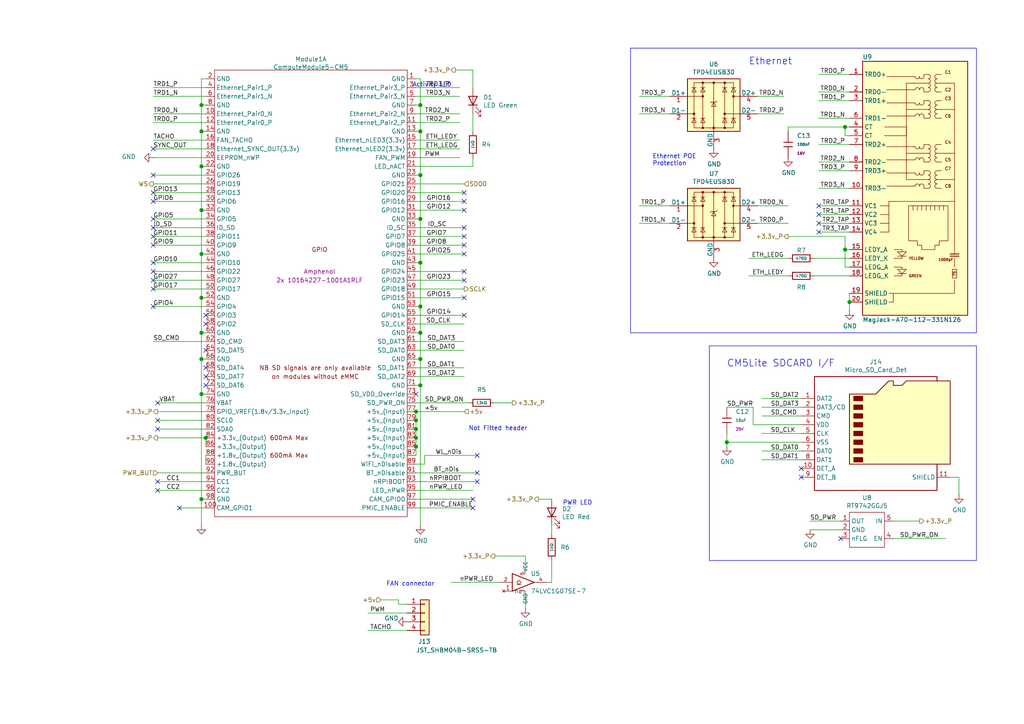
<source format=kicad_sch>
(kicad_sch (version 20250114) (generator "eeschema") (generator_version "9.0")
  (paper "A4")
  (title_block (title "GPIO - Ethernet") (rev "1") (company "Maxwell Stoughton") (comment 1 "mstoughton.org"))
  (text "Activity LED" (at 119.634 25.4 0) (effects (font (size 1.27 1.27)) (justify left bottom)))
  (text "FAN connector\n" (at 112.014 170.18 0) (effects (font (size 1.27 1.27)) (justify left bottom)))
  (text "Ethernet POE\nProtection" (at 189.23 48.26 0) (effects (font (size 1.27 1.27)) (justify left bottom)))
  (text "Not Fitted header" (at 153.035 125.095 0) (effects (font (size 1.27 1.27)) (justify right bottom)))
  (text "PWR LED" (at 163.195 146.685 0) (effects (font (size 1.27 1.27)) (justify left bottom)))
  (text "Ethernet" (at 217.17 19.05 0) (effects (font (size 2.0066 2.0066)) (justify left bottom)))
  (text "CM5Lite SDCARD I/F" (at 210.82 106.68 0) (effects (font (size 2.007 2.007)) (justify left bottom)))
  (junction (at 121.92 38.1) (diameter 1.016))
  (junction (at 245.11 72.39) (diameter 1.016))
  (junction (at 121.92 30.48) (diameter 1.016))
  (junction (at 121.92 104.14) (diameter 1.016))
  (junction (at 58.42 114.3) (diameter 1.016))
  (junction (at 246.38 87.63) (diameter 1.016))
  (junction (at 58.42 48.26) (diameter 1.016))
  (junction (at 120.65 127) (diameter 1.016))
  (junction (at 58.42 73.66) (diameter 1.016))
  (junction (at 120.65 124.46) (diameter 1.016))
  (junction (at 58.42 144.78) (diameter 1.016))
  (junction (at 58.42 60.96) (diameter 1.016))
  (junction (at 121.92 63.5) (diameter 1.016))
  (junction (at 58.42 96.52) (diameter 1.016))
  (junction (at 120.65 119.38) (diameter 1.016))
  (junction (at 121.92 96.52) (diameter 1.016))
  (junction (at 210.82 128.27) (diameter 1.016))
  (junction (at 121.92 88.9) (diameter 1.016))
  (junction (at 58.42 86.36) (diameter 1.016))
  (junction (at 120.65 121.92) (diameter 1.016))
  (junction (at 58.42 38.1) (diameter 1.016))
  (junction (at 59.69 127) (diameter 1.016))
  (junction (at 58.42 104.14) (diameter 1.016))
  (junction (at 58.42 30.48) (diameter 1.016))
  (junction (at 245.11 36.83) (diameter 1.016))
  (junction (at 120.65 129.54) (diameter 1.016))
  (junction (at 121.92 111.76) (diameter 1.016))
  (junction (at 121.92 50.8) (diameter 1.016))
  (junction (at 121.92 76.2) (diameter 1.016))
  (no_connect (at 134.62 73.66))
  (no_connect (at 59.69 93.98))
  (no_connect (at 134.62 78.74))
  (no_connect (at 44.45 81.28))
  (no_connect (at 45.72 142.24))
  (no_connect (at 59.69 109.22))
  (no_connect (at 134.62 68.58))
  (no_connect (at 237.49 62.23))
  (no_connect (at 120.65 114.3))
  (no_connect (at 44.45 63.5))
  (no_connect (at 44.45 50.8))
  (no_connect (at 45.72 139.7))
  (no_connect (at 44.45 66.04))
  (no_connect (at 44.45 88.9))
  (no_connect (at 138.43 137.16))
  (no_connect (at 59.69 101.6))
  (no_connect (at 243.84 156.21))
  (no_connect (at 44.45 78.74))
  (no_connect (at 237.49 59.69))
  (no_connect (at 134.62 86.36))
  (no_connect (at 44.45 55.88))
  (no_connect (at 59.69 106.68))
  (no_connect (at 232.41 138.43))
  (no_connect (at 44.45 71.12))
  (no_connect (at 134.62 60.96))
  (no_connect (at 138.43 139.7))
  (no_connect (at 134.62 71.12))
  (no_connect (at 134.62 55.88))
  (no_connect (at 137.16 144.78))
  (no_connect (at 134.62 66.04))
  (no_connect (at 44.45 68.58))
  (no_connect (at 45.72 124.46))
  (no_connect (at 232.41 135.89))
  (no_connect (at 44.45 58.42))
  (no_connect (at 45.72 116.84))
  (no_connect (at 59.69 111.76))
  (no_connect (at 134.62 81.28))
  (no_connect (at 237.49 67.31))
  (no_connect (at 44.45 76.2))
  (no_connect (at 134.62 91.44))
  (no_connect (at 134.62 58.42))
  (no_connect (at 52.07 147.32))
  (no_connect (at 138.43 132.08))
  (no_connect (at 59.69 91.44))
  (no_connect (at 44.45 43.18))
  (no_connect (at 137.16 147.32))
  (no_connect (at 44.45 83.82))
  (no_connect (at 237.49 64.77))
  (no_connect (at 45.72 121.92))
  (wire (pts (xy 275.59 138.43) (xy 278.13 138.43)))
  (wire (pts (xy 121.92 111.76) (xy 121.92 152.4)))
  (wire (pts (xy 148.59 116.84) (xy 143.51 116.84)))
  (wire (pts (xy 120.65 137.16) (xy 138.43 137.16)))
  (wire (pts (xy 120.65 104.14) (xy 121.92 104.14)))
  (wire (pts (xy 45.72 119.38) (xy 59.69 119.38)))
  (wire (pts (xy 59.69 134.62) (xy 59.69 132.08)))
  (wire (pts (xy 237.49 41.91) (xy 246.38 41.91)))
  (wire (pts (xy 44.45 45.72) (xy 59.69 45.72)))
  (wire (pts (xy 120.65 96.52) (xy 121.92 96.52)))
  (wire (pts (xy 121.92 104.14) (xy 121.92 111.76)))
  (wire (pts (xy 120.65 101.6) (xy 134.62 101.6)))
  (wire (pts (xy 217.17 74.93) (xy 228.6 74.93)))
  (wire (pts (xy 59.69 129.54) (xy 59.69 127)))
  (wire (pts (xy 120.65 119.38) (xy 134.62 119.38)))
  (wire (pts (xy 121.92 38.1) (xy 121.92 50.8)))
  (wire (pts (xy 137.16 33.02) (xy 137.16 38.1)))
  (wire (pts (xy 44.45 33.02) (xy 59.69 33.02)))
  (wire (pts (xy 44.45 78.74) (xy 59.69 78.74)))
  (wire (pts (xy 120.65 30.48) (xy 121.92 30.48)))
  (wire (pts (xy 220.98 120.65) (xy 232.41 120.65)))
  (wire (pts (xy 120.65 91.44) (xy 134.62 91.44)))
  (wire (pts (xy 44.45 83.82) (xy 59.69 83.82)))
  (wire (pts (xy 44.45 81.28) (xy 59.69 81.28)))
  (wire (pts (xy 120.65 35.56) (xy 133.35 35.56)))
  (wire (pts (xy 59.69 38.1) (xy 58.42 38.1)))
  (wire (pts (xy 120.65 45.72) (xy 133.35 45.72)))
  (wire (pts (xy 120.65 33.02) (xy 133.35 33.02)))
  (wire (pts (xy 123.19 134.62) (xy 123.19 132.08)))
  (wire (pts (xy 44.45 68.58) (xy 59.69 68.58)))
  (wire (pts (xy 237.49 59.69) (xy 246.38 59.69)))
  (wire (pts (xy 120.65 88.9) (xy 121.92 88.9)))
  (wire (pts (xy 44.45 40.64) (xy 59.69 40.64)))
  (wire (pts (xy 59.69 22.86) (xy 58.42 22.86)))
  (wire (pts (xy 121.92 22.86) (xy 121.92 30.48)))
  (wire (pts (xy 236.22 80.01) (xy 246.38 80.01)))
  (wire (pts (xy 121.92 30.48) (xy 121.92 38.1)))
  (wire (pts (xy 58.42 144.78) (xy 58.42 152.4)))
  (wire (pts (xy 219.71 33.02) (xy 227.33 33.02)))
  (wire (pts (xy 152.4 171.45) (xy 152.4 176.53)))
  (wire (pts (xy 120.65 58.42) (xy 134.62 58.42)))
  (wire (pts (xy 152.4 166.37) (xy 152.4 161.29)))
  (wire (pts (xy 115.57 173.99) (xy 115.57 175.26)))
  (wire (pts (xy 120.65 144.78) (xy 137.16 144.78)))
  (wire (pts (xy 120.65 109.22) (xy 134.62 109.22)))
  (wire (pts (xy 120.65 81.28) (xy 134.62 81.28)))
  (wire (pts (xy 45.72 139.7) (xy 59.69 139.7)))
  (wire (pts (xy 121.92 96.52) (xy 121.92 104.14)))
  (wire (pts (xy 58.42 73.66) (xy 58.42 86.36)))
  (wire (pts (xy 210.82 128.27) (xy 232.41 128.27)))
  (wire (pts (xy 121.92 50.8) (xy 121.92 63.5)))
  (wire (pts (xy 44.45 76.2) (xy 59.69 76.2)))
  (polyline (pts (xy 182.88 13.97) (xy 283.21 13.97)) (stroke (width 0) (type solid)))
  (wire (pts (xy 115.57 175.26) (xy 118.11 175.26)))
  (wire (pts (xy 120.65 142.24) (xy 137.16 142.24)))
  (wire (pts (xy 59.69 30.48) (xy 58.42 30.48)))
  (wire (pts (xy 45.72 142.24) (xy 59.69 142.24)))
  (wire (pts (xy 45.72 137.16) (xy 59.69 137.16)))
  (wire (pts (xy 120.65 129.54) (xy 120.65 132.08)))
  (wire (pts (xy 243.84 153.67) (xy 234.95 153.67)))
  (wire (pts (xy 246.38 36.83) (xy 245.11 36.83)))
  (wire (pts (xy 194.31 64.77) (xy 185.42 64.77)))
  (wire (pts (xy 120.65 43.18) (xy 133.35 43.18)))
  (wire (pts (xy 120.65 116.84) (xy 135.89 116.84)))
  (wire (pts (xy 134.62 99.06) (xy 120.65 99.06)))
  (wire (pts (xy 44.45 27.94) (xy 59.69 27.94)))
  (wire (pts (xy 217.17 80.01) (xy 228.6 80.01)))
  (wire (pts (xy 44.45 50.8) (xy 59.69 50.8)))
  (wire (pts (xy 243.84 151.13) (xy 234.95 151.13)))
  (wire (pts (xy 245.11 68.58) (xy 245.11 72.39)))
  (wire (pts (xy 120.65 121.92) (xy 120.65 124.46)))
  (wire (pts (xy 237.49 26.67) (xy 246.38 26.67)))
  (wire (pts (xy 120.65 76.2) (xy 121.92 76.2)))
  (wire (pts (xy 120.65 40.64) (xy 133.35 40.64)))
  (wire (pts (xy 210.82 125.73) (xy 210.82 128.27)))
  (polyline (pts (xy 283.21 162.56) (xy 205.74 162.56)) (stroke (width 0) (type solid)))
  (wire (pts (xy 120.65 139.7) (xy 138.43 139.7)))
  (wire (pts (xy 58.42 96.52) (xy 59.69 96.52)))
  (wire (pts (xy 218.44 123.19) (xy 218.44 118.11)))
  (wire (pts (xy 58.42 104.14) (xy 58.42 114.3)))
  (wire (pts (xy 58.42 86.36) (xy 58.42 96.52)))
  (wire (pts (xy 52.07 147.32) (xy 59.69 147.32)))
  (wire (pts (xy 137.16 20.32) (xy 137.16 25.4)))
  (wire (pts (xy 237.49 64.77) (xy 246.38 64.77)))
  (wire (pts (xy 236.22 74.93) (xy 246.38 74.93)))
  (wire (pts (xy 237.49 29.21) (xy 246.38 29.21)))
  (wire (pts (xy 278.13 138.43) (xy 278.13 143.51)))
  (wire (pts (xy 58.42 60.96) (xy 58.42 73.66)))
  (wire (pts (xy 58.42 114.3) (xy 59.69 114.3)))
  (wire (pts (xy 58.42 73.66) (xy 59.69 73.66)))
  (wire (pts (xy 44.45 55.88) (xy 59.69 55.88)))
  (wire (pts (xy 120.65 53.34) (xy 134.62 53.34)))
  (wire (pts (xy 246.38 87.63) (xy 246.38 90.17)))
  (wire (pts (xy 44.45 99.06) (xy 59.69 99.06)))
  (wire (pts (xy 237.49 49.53) (xy 246.38 49.53)))
  (wire (pts (xy 44.45 25.4) (xy 59.69 25.4)))
  (polyline (pts (xy 283.21 100.33) (xy 283.21 162.56)) (stroke (width 0) (type solid)))
  (wire (pts (xy 120.65 63.5) (xy 121.92 63.5)))
  (wire (pts (xy 246.38 85.09) (xy 246.38 87.63)))
  (wire (pts (xy 120.65 25.4) (xy 133.35 25.4)))
  (wire (pts (xy 120.65 38.1) (xy 121.92 38.1)))
  (wire (pts (xy 58.42 96.52) (xy 58.42 104.14)))
  (wire (pts (xy 160.02 162.56) (xy 160.02 168.91)))
  (wire (pts (xy 59.69 144.78) (xy 58.42 144.78)))
  (wire (pts (xy 44.45 58.42) (xy 59.69 58.42)))
  (wire (pts (xy 185.42 59.69) (xy 194.31 59.69)))
  (wire (pts (xy 245.11 39.37) (xy 245.11 36.83)))
  (wire (pts (xy 220.98 130.81) (xy 232.41 130.81)))
  (wire (pts (xy 45.72 124.46) (xy 59.69 124.46)))
  (wire (pts (xy 58.42 114.3) (xy 58.42 144.78)))
  (wire (pts (xy 152.4 161.29) (xy 143.51 161.29)))
  (wire (pts (xy 228.6 68.58) (xy 245.11 68.58)))
  (wire (pts (xy 228.6 36.83) (xy 245.11 36.83)))
  (wire (pts (xy 123.19 132.08) (xy 138.43 132.08)))
  (wire (pts (xy 120.65 147.32) (xy 137.16 147.32)))
  (wire (pts (xy 220.98 115.57) (xy 232.41 115.57)))
  (wire (pts (xy 120.65 66.04) (xy 134.62 66.04)))
  (wire (pts (xy 259.08 151.13) (xy 266.7 151.13)))
  (wire (pts (xy 121.92 88.9) (xy 121.92 96.52)))
  (wire (pts (xy 120.65 55.88) (xy 134.62 55.88)))
  (wire (pts (xy 245.11 77.47) (xy 245.11 72.39)))
  (wire (pts (xy 237.49 21.59) (xy 246.38 21.59)))
  (wire (pts (xy 137.16 48.26) (xy 137.16 45.72)))
  (wire (pts (xy 120.65 134.62) (xy 123.19 134.62)))
  (wire (pts (xy 120.65 71.12) (xy 134.62 71.12)))
  (wire (pts (xy 134.62 106.68) (xy 120.65 106.68)))
  (polyline (pts (xy 283.21 96.52) (xy 182.88 96.52)) (stroke (width 0) (type solid)))
  (wire (pts (xy 219.71 27.94) (xy 227.33 27.94)))
  (polyline (pts (xy 182.88 96.52) (xy 182.88 13.97)) (stroke (width 0) (type solid)))
  (wire (pts (xy 120.65 86.36) (xy 134.62 86.36)))
  (polyline (pts (xy 205.74 162.56) (xy 205.74 100.33)) (stroke (width 0) (type solid)))
  (wire (pts (xy 106.68 177.8) (xy 118.11 177.8)))
  (wire (pts (xy 44.45 35.56) (xy 59.69 35.56)))
  (wire (pts (xy 45.72 116.84) (xy 59.69 116.84)))
  (wire (pts (xy 185.42 27.94) (xy 194.31 27.94)))
  (wire (pts (xy 45.72 127) (xy 59.69 127)))
  (wire (pts (xy 120.65 60.96) (xy 134.62 60.96)))
  (wire (pts (xy 245.11 72.39) (xy 246.38 72.39)))
  (wire (pts (xy 106.68 182.88) (xy 118.11 182.88)))
  (polyline (pts (xy 205.74 100.33) (xy 283.21 100.33)) (stroke (width 0) (type solid)))
  (wire (pts (xy 134.62 93.98) (xy 120.65 93.98)))
  (wire (pts (xy 120.65 68.58) (xy 134.62 68.58)))
  (polyline (pts (xy 283.21 13.97) (xy 283.21 96.52)) (stroke (width 0) (type solid)))
  (wire (pts (xy 44.45 66.04) (xy 59.69 66.04)))
  (wire (pts (xy 160.02 168.91) (xy 158.75 168.91)))
  (wire (pts (xy 45.72 121.92) (xy 59.69 121.92)))
  (wire (pts (xy 58.42 38.1) (xy 58.42 48.26)))
  (wire (pts (xy 120.65 48.26) (xy 137.16 48.26)))
  (wire (pts (xy 185.42 33.02) (xy 194.31 33.02)))
  (wire (pts (xy 44.45 53.34) (xy 59.69 53.34)))
  (wire (pts (xy 237.49 67.31) (xy 246.38 67.31)))
  (wire (pts (xy 219.71 59.69) (xy 228.6 59.69)))
  (wire (pts (xy 160.02 144.78) (xy 156.21 144.78)))
  (wire (pts (xy 120.65 73.66) (xy 134.62 73.66)))
  (wire (pts (xy 58.42 30.48) (xy 58.42 38.1)))
  (wire (pts (xy 120.65 22.86) (xy 121.92 22.86)))
  (wire (pts (xy 237.49 34.29) (xy 246.38 34.29)))
  (wire (pts (xy 120.65 111.76) (xy 121.92 111.76)))
  (wire (pts (xy 246.38 77.47) (xy 245.11 77.47)))
  (wire (pts (xy 130.81 168.91) (xy 144.78 168.91)))
  (wire (pts (xy 44.45 71.12) (xy 59.69 71.12)))
  (wire (pts (xy 44.45 88.9) (xy 59.69 88.9)))
  (wire (pts (xy 120.65 119.38) (xy 120.65 121.92)))
  (wire (pts (xy 132.08 20.32) (xy 137.16 20.32)))
  (wire (pts (xy 210.82 128.27) (xy 210.82 129.54)))
  (wire (pts (xy 120.65 50.8) (xy 121.92 50.8)))
  (wire (pts (xy 120.65 27.94) (xy 133.35 27.94)))
  (wire (pts (xy 232.41 123.19) (xy 218.44 123.19)))
  (wire (pts (xy 44.45 63.5) (xy 59.69 63.5)))
  (wire (pts (xy 237.49 46.99) (xy 246.38 46.99)))
  (wire (pts (xy 237.49 62.23) (xy 246.38 62.23)))
  (wire (pts (xy 219.71 64.77) (xy 228.6 64.77)))
  (wire (pts (xy 44.45 43.18) (xy 59.69 43.18)))
  (wire (pts (xy 259.08 156.21) (xy 274.32 156.21)))
  (wire (pts (xy 121.92 76.2) (xy 121.92 88.9)))
  (wire (pts (xy 120.65 124.46) (xy 120.65 127)))
  (wire (pts (xy 228.6 38.1) (xy 228.6 36.83)))
  (wire (pts (xy 232.41 118.11) (xy 220.98 118.11)))
  (wire (pts (xy 58.42 48.26) (xy 59.69 48.26)))
  (wire (pts (xy 237.49 54.61) (xy 246.38 54.61)))
  (wire (pts (xy 58.42 22.86) (xy 58.42 30.48)))
  (wire (pts (xy 110.49 173.99) (xy 115.57 173.99)))
  (wire (pts (xy 58.42 86.36) (xy 59.69 86.36)))
  (wire (pts (xy 120.65 127) (xy 120.65 129.54)))
  (wire (pts (xy 120.65 78.74) (xy 134.62 78.74)))
  (wire (pts (xy 58.42 104.14) (xy 59.69 104.14)))
  (wire (pts (xy 58.42 60.96) (xy 59.69 60.96)))
  (wire (pts (xy 160.02 152.4) (xy 160.02 154.94)))
  (wire (pts (xy 210.82 118.11) (xy 218.44 118.11)))
  (wire (pts (xy 246.38 39.37) (xy 245.11 39.37)))
  (wire (pts (xy 232.41 125.73) (xy 220.98 125.73)))
  (wire (pts (xy 232.41 133.35) (xy 220.98 133.35)))
  (wire (pts (xy 120.65 83.82) (xy 134.62 83.82)))
  (wire (pts (xy 121.92 63.5) (xy 121.92 76.2)))
  (wire (pts (xy 58.42 48.26) (xy 58.42 60.96)))
  (label "SD_DAT2" (at 132.08 109.22 180))
  (label "GPIO5" (at 44.45 63.5 0))
  (label "TRD3_N" (at 123.444 27.94 0))
  (label "GPIO9" (at 44.45 71.12 0))
  (label "TRD3_N" (at 245.11 54.61 180))
  (label "ETH_LEDG" (at 123.444 43.18 0))
  (label "SD_DAT1" (at 132.08 106.68 180))
  (label "TRD1_N" (at 193.04 64.77 180))
  (label "GPIO10" (at 44.45 76.2 0))
  (label "TRD3_P" (at 123.444 25.4 0))
  (label "GPIO6" (at 44.45 58.42 0))
  (label "TRD0_P" (at 227.33 64.77 180))
  (label "TRD3_P" (at 193.04 27.94 180))
  (label "SD_DAT2" (at 223.52 115.57 0))
  (label "GPIO25" (at 130.81 73.66 180))
  (label "SD_DAT0" (at 132.08 101.6 180))
  (label "GPIO15" (at 130.81 86.36 180))
  (label "GPIO13" (at 44.45 55.88 0))
  (label "TRD1_P" (at 193.04 59.69 180))
  (label "GPIO7" (at 129.54 68.58 180))
  (label "GPIO14" (at 130.81 91.44 180))
  (label "BT_nDis" (at 133.1976 137.16 180))
  (label "SD_PWR_ON" (at 260.985 156.21 0))
  (label "ETH_LEDY" (at 123.444 40.64 0))
  (label "SD_PWR_ON" (at 123.19 116.84 0))
  (label "PWM" (at 123.19 45.72 0))
  (label "GPIO4" (at 44.45 88.9 0))
  (label "TRD1_P" (at 44.45 25.4 0))
  (label "CC1" (at 48.26 139.7 0))
  (label "TRD1_P" (at 245.11 29.21 180))
  (label "WL_nDis" (at 133.985 132.08 180))
  (label "SD_DAT3" (at 132.08 99.06 180))
  (label "GPIO27" (at 44.45 81.28 0))
  (label "SD_PWR" (at 210.82 118.11 0))
  (label "SD_DAT0" (at 223.52 130.81 0))
  (label "GPIO23" (at 130.81 81.28 180))
  (label "TRD0_N" (at 44.45 33.02 0))
  (label "TRD3_P" (at 245.11 49.53 180))
  (label "ETH_LEDY" (at 227.33 80.01 180))
  (label "TRD0_N" (at 227.33 59.69 180))
  (label "TRD2_N" (at 227.33 27.94 180))
  (label "ETH_LEDG" (at 227.33 74.93 180))
  (label "TRD0_N" (at 245.11 26.67 180))
  (label "TR2_TAP" (at 246.38 64.77 180))
  (label "SD_DAT3" (at 223.52 118.11 0))
  (label "SD_CLK" (at 130.81 93.98 180))
  (label "GPIO16" (at 130.81 58.42 180))
  (label "GPIO12" (at 130.81 60.96 180))
  (label "SD_CMD" (at 223.52 120.65 0))
  (label "PWM" (at 107.315 177.8 0))
  (label "GPIO8" (at 129.54 71.12 180))
  (label "GPIO17" (at 44.45 83.82 0))
  (label "SYNC_OUT" (at 44.45 43.18 0))
  (label "nPWR_LED" (at 133.35 168.91 0))
  (label "SD_PWR" (at 234.95 151.13 0))
  (label "SD_DAT1" (at 223.52 133.35 0))
  (label "TRD0_P" (at 245.11 21.59 180))
  (label "TRD2_N" (at 123.19 33.02 0))
  (label "nPWR_LED" (at 124.46 142.24 0))
  (label "TRD0_P" (at 44.45 35.56 0))
  (label "TACHO" (at 107.315 182.88 0))
  (label "nRPIBOOT" (at 124.46 139.7 0))
  (label "GPIO11" (at 44.45 68.58 0))
  (label "ID_SD" (at 44.45 66.04 0))
  (label "TRD1_N" (at 44.45 27.94 0))
  (label "TRD3_N" (at 193.04 33.02 180))
  (label "TR1_TAP" (at 246.38 62.23 180))
  (label "VBAT" (at 50.8 116.84 180))
  (label "ID_SC" (at 129.54 66.04 180))
  (label "TRD2_P" (at 245.11 41.91 180))
  (label "CC2" (at 48.26 142.24 0))
  (label "TACHO" (at 44.45 40.64 0))
  (label "TRD2_N" (at 245.11 46.99 180))
  (label "TR0_TAP" (at 246.38 59.69 180))
  (label "+5v" (at 127 119.38 180))
  (label "SD_CMD" (at 44.45 99.06 0))
  (label "TRD1_N" (at 245.11 34.29 180))
  (label "PMIC_ENABLE" (at 137.16 147.32 180))
  (label "TRD2_P" (at 123.444 35.56 0))
  (label "TR3_TAP" (at 246.38 67.31 180))
  (label "SD_CLK" (at 223.52 125.73 0))
  (label "TRD2_P" (at 227.33 33.02 180))
  (hierarchical_label "+3.3v_P" (shape output) (at 156.21 144.78 180))
  (hierarchical_label "+3.3v_P" (shape output) (at 228.6 68.58 180))
  (hierarchical_label "PWR_BUT" (shape input) (at 45.72 137.16 180))
  (hierarchical_label "+3.3v_P" (shape output) (at 148.59 116.84 0))
  (hierarchical_label "+5v" (shape input) (at 110.49 173.99 180))
  (hierarchical_label "SDO0" (shape input) (at 134.62 53.34 0))
  (hierarchical_label "WS" (shape output) (at 44.45 53.34 180))
  (hierarchical_label "+3.3v_P" (shape output) (at 45.72 119.38 180))
  (hierarchical_label "+5v" (shape input) (at 134.62 119.38 0))
  (hierarchical_label "+3.3v_P" (shape output) (at 45.72 127 180))
  (hierarchical_label "SCLK" (shape output) (at 134.62 83.82 0))
  (hierarchical_label "+3.3v_P" (shape output) (at 143.51 161.29 180))
  (hierarchical_label "+3.3v_P" (shape output) (at 266.7 151.13 0))
  (hierarchical_label "+3.3v_P" (shape output) (at 132.08 20.32 180))
  (symbol (lib_id "CM5IO:74LVC1G07_copy") (at 152.4 168.91 0) (unit 1)
    (property "Reference" "U5" (at 153.924 166.37 0) (effects (justify left)))
    (property "Value" "74LVC1G07SE-7" (at 153.924 171.45 0) (effects (justify left)))
    (property "Footprint" "Package_TO_SOT_SMD:SOT-353_SC-70-5" (effects (hide yes)))
    (property "Datasheet" "https://www.diodes.com/assets/Datasheets/74LVC1G07.pdf" (effects (hide yes)))
    (property "Field4" "Farnell" (effects (hide yes)))
    (property "Field5" "2425492" (effects (hide yes)))
    (property "Field6" "74LVC1G07SE-7" (effects (hide yes)))
    (property "Field7" "Diodes" (effects (hide yes)))
    (property "Part Description" "Buffer, Non-Inverting 1 Element 1 Bit per Element Open Drain Output SOT-353" (effects (hide yes)))
  )
  (symbol (lib_id "CM5IO:RT9742GGJ5") (at 252.73 161.29 0) (unit 1)
    (property "Reference" "U8" (at 251.46 144.399 0))
    (property "Value" "RT9742GGJ5" (at 251.46 146.7104 0))
    (property "Footprint" "Package_TO_SOT_SMD:SOT-23-5" (effects (hide yes)))
    (property "Datasheet" "https://www.richtek.com/assets/product_file/RT9742/DS9742-00.pdf" (effects (hide yes)))
    (property "Field4" "Farnell" (effects (hide yes)))
    (property "Field5" "	2545875" (effects (hide yes)))
    (property "Field6" "RT9742GGJ5" (effects (hide yes)))
    (property "Field7" "RichTek" (effects (hide yes)))
    (property "Field8" "USWI00166" (effects (hide yes)))
    (property "Part Description" "	Power Switch/Driver 1:1 N-Channel 1A TSOT-23-5" (effects (hide yes)))
  )
  (symbol (lib_id "power:GND") (at 234.95 153.67 0) (unit 1)
    (property "Reference" "#PWR038" (effects (hide yes)))
    (property "Value" "GND" (at 235.077 158.0642 0))
    (property "Description" "Power symbol creates a global label with name \"GND\" , ground" (effects (hide yes)))
  )
  (symbol (lib_id "CM5IO:ComputeModule5-CM5") (at 92.71 78.74 0) (unit 1)
    (property "Reference" "Module1" (at 90.17 17.145 0))
    (property "Value" "ComputeModule5-CM5" (at 90.17 19.4564 0))
    (property "Footprint" "CM5IO:Raspberry-Pi-5-Compute-Module" (effects (hide yes)))
    (property "Description" "RaspberryPi Compute module 5" (effects (hide yes)))
    (property "Field4" "Amphenol" (at 92.71 78.74 0))
    (property "Field5" "2x 10164227-1001A1RLF" (at 92.71 81.28 0))
    (property "Field6" "2x 10164227-1001A1RLF" (effects (hide yes)))
    (property "Field7" "Hirose" (effects (hide yes)))
    (property "Part Description" "	100 Position Connector Receptacle, Center Strip Contacts Surface Mount Gold" (effects (hide yes)))
  )
  (symbol (lib_id "power:GND") (at 228.6 45.72 0) (unit 1)
    (property "Reference" "#PWR037" (effects (hide yes)))
    (property "Value" "GND" (at 228.727 50.1142 0))
    (property "Description" "Power symbol creates a global label with name \"GND\" , ground" (effects (hide yes)))
  )
  (symbol (lib_id "power:GND") (at 58.42 152.4 0) (unit 1)
    (property "Reference" "#PWR030" (effects (hide yes)))
    (property "Value" "GND" (effects (hide yes)))
    (property "Description" "Power symbol creates a global label with name \"GND\" , ground" (effects (hide yes)))
  )
  (symbol (lib_id "power:GND") (at 121.92 152.4 0) (unit 1)
    (property "Reference" "#PWR032" (effects (hide yes)))
    (property "Value" "GND" (at 122.047 156.7942 0))
    (property "Description" "Power symbol creates a global label with name \"GND\" , ground" (effects (hide yes)))
  )
  (symbol (lib_id "Device:LED") (at 137.16 29.21 90) (unit 1)
    (property "Reference" "D1" (at 140.1318 28.2194 90) (effects (justify right)))
    (property "Value" "LED Green" (at 140.1318 30.5308 90) (effects (justify right)))
    (property "Footprint" "LED_SMD:LED_0603_1608Metric" (effects (hide yes)))
    (property "Datasheet" "http://optoelectronics.liteon.com/upload/download/DS22-2000-226/LTST-S270KGKT.pdf" (effects (hide yes)))
    (property "Field4" "Digikey " (effects (hide yes)))
    (property "Field5" "LTST-S270KGKT" (effects (hide yes)))
    (property "Field6" "SML-A12M8TT86N" (effects (hide yes)))
    (property "Field7" "Rohm" (effects (hide yes)))
    (property "Field8" "650263301" (effects (hide yes)))
    (property "Part Description" "	Green 572nm LED Indication - Discrete 2.2V 2-SMD, No Lead" (effects (hide yes)))
  )
  (symbol (lib_id "power:GND") (at 152.4 176.53 0) (unit 1)
    (property "Reference" "#PWR033" (effects (hide yes)))
    (property "Value" "GND" (at 152.527 180.9242 0))
    (property "Description" "Power symbol creates a global label with name \"GND\" , ground" (effects (hide yes)))
  )
  (symbol (lib_name "LED_1") (lib_id "Device:LED") (at 160.02 148.59 90) (unit 1)
    (property "Reference" "D2" (at 162.9918 147.5994 90) (effects (justify right)))
    (property "Value" "LED Red" (at 162.9918 149.9108 90) (effects (justify right)))
    (property "Footprint" "LED_SMD:LED_0603_1608Metric" (effects (hide yes)))
    (property "Datasheet" "http://optoelectronics.liteon.com/upload/download/DS22-2000-210/LTST-S270KRKT.pdf" (effects (hide yes)))
    (property "Field4" "Digikey " (effects (hide yes)))
    (property "Field5" "	LTST-S270KRKT" (effects (hide yes)))
    (property "Field6" "SML-A12U8TT86Q" (effects (hide yes)))
    (property "Field7" "Rohm" (effects (hide yes)))
    (property "Field8" "650295101" (effects (hide yes)))
    (property "Part Description" "	Red 620nm LED Indication - Discrete 2.2V 2-SMD, No Lead" (effects (hide yes)))
  )
  (symbol (lib_id "CM5IO:TPD4EUSB30") (at 207.01 62.23 0) (unit 1)
    (property "Reference" "U7" (at 207.01 50.3682 0))
    (property "Value" "TPD4EUSB30" (at 207.01 52.6796 0))
    (property "Footprint" "Package_SON:USON-10_2.5x1.0mm_P0.5mm" (effects (hide yes)))
    (property "Datasheet" "http://www.ti.com/lit/ds/symlink/tpd2eusb30a.pdf" (effects (hide yes)))
    (property "Field4" "Farnell" (effects (hide yes)))
    (property "Field5" "2335455" (effects (hide yes)))
    (property "Field6" "CDDFN10-3324P-13" (effects (hide yes)))
    (property "Field7" "Bourns" (effects (hide yes)))
    (property "Field8" "UDIO00346" (effects (hide yes)))
    (property "Part Description" "Quad TVS diode for high speed signals (USB3, GigE etc.)" (effects (hide yes)))
  )
  (symbol (lib_id "Connector:Micro_SD_Card_Det2") (at 255.27 125.73 0) (unit 1)
    (property "Reference" "J14" (at 254 104.9782 0))
    (property "Value" "Micro_SD_Card_Det" (at 254 107.2896 0))
    (property "Footprint" "CM5IO:SDCARD_MOLEX_503398-1892" (effects (hide yes)))
    (property "Datasheet" "https://www.hirose.com/product/en/download_file/key_name/DM3/category/Catalog/doc_file_id/49662/?file_category_id=4&item_id=195&is_series=1" (effects (hide yes)))
    (property "Field4" "Farnell" (effects (hide yes)))
    (property "Field5" "2358234" (effects (hide yes)))
    (property "Field6" "503398-1892" (effects (hide yes)))
    (property "Field7" "Molex" (effects (hide yes)))
    (property "Part Description" "9 (8 + 1) Position Card Connector microSD™ Surface Mount, Right Angle Gold" (effects (hide yes)))
    (property "Field8" "UCON00512" (effects (hide yes)))
  )
  (symbol (lib_id "power:GND") (at 210.82 129.54 0) (unit 1)
    (property "Reference" "#PWR036" (effects (hide yes)))
    (property "Value" "GND" (at 210.947 133.9342 0))
    (property "Description" "Power symbol creates a global label with name \"GND\" , ground" (effects (hide yes)))
  )
  (symbol (lib_id "power:GND") (at 278.13 143.51 0) (unit 1)
    (property "Reference" "#PWR040" (effects (hide yes)))
    (property "Value" "GND" (at 278.257 147.9042 0))
    (property "Description" "Power symbol creates a global label with name \"GND\" , ground" (effects (hide yes)))
  )
  (symbol (lib_id "CM5IO:TPD4EUSB30") (at 207.01 30.48 0) (unit 1)
    (property "Reference" "U6" (at 207.01 18.6182 0))
    (property "Value" "TPD4EUSB30" (at 207.01 20.9296 0))
    (property "Footprint" "Package_SON:USON-10_2.5x1.0mm_P0.5mm" (effects (hide yes)))
    (property "Datasheet" "http://www.ti.com/lit/ds/symlink/tpd2eusb30a.pdf" (effects (hide yes)))
    (property "Field4" "Farnell" (effects (hide yes)))
    (property "Field5" "2335455" (effects (hide yes)))
    (property "Field6" "CDDFN10-3324P-13" (effects (hide yes)))
    (property "Field7" "Bourns" (effects (hide yes)))
    (property "Field8" "UDIO00346" (effects (hide yes)))
    (property "Part Description" "Quad TVS diode for high speed signals (USB3, GigE etc.)" (effects (hide yes)))
  )
  (symbol (lib_id "power:GND") (at 246.38 90.17 0) (unit 1)
    (property "Reference" "#PWR039" (effects (hide yes)))
    (property "Value" "GND" (at 246.507 94.5642 0))
    (property "Description" "Power symbol creates a global label with name \"GND\" , ground" (effects (hide yes)))
  )
  (symbol (lib_id "power:GND") (at 207.01 74.93 0) (unit 1)
    (property "Reference" "#PWR035" (effects (hide yes)))
    (property "Value" "GND" (at 207.137 79.3242 0))
    (property "Description" "Power symbol creates a global label with name \"GND\" , ground" (effects (hide yes)))
  )
  (symbol (lib_id "power:GND") (at 207.01 43.18 0) (unit 1)
    (property "Reference" "#PWR034" (effects (hide yes)))
    (property "Value" "GND" (at 207.137 47.5742 0))
    (property "Description" "Power symbol creates a global label with name \"GND\" , ground" (effects (hide yes)))
  )
  (symbol (lib_id "PCM_JLCPCB-Resistors:0402,1kΩ") (at 160.02 158.75 0) (unit 1)
    (property "Reference" "R6" (at 162.56 158.7499 0) (effects (justify left)))
    (property "Value" "1kΩ" (at 160.02 158.75 90) (effects (font (size 0.8 0.8))))
    (property "Footprint" "PCM_JLCPCB:R_0402" (effects (hide yes)))
    (property "Datasheet" "https://www.lcsc.com/datasheet/lcsc_datasheet_2206010216_UNI-ROYAL-Uniroyal-Elec-0402WGF1001TCE_C11702.pdf" (effects (hide yes)))
    (property "Description" "62.5mW Thick Film Resistors 50V ±100ppm/°C ±1% 1kΩ 0402 Chip Resistor - Surface Mount ROHS" (effects (hide yes)))
    (property "LCSC" "C11702" (effects (hide yes)))
    (property "Stock" "13195325" (effects (hide yes)))
    (property "Price" "0.004USD" (effects (hide yes)))
    (property "Process" "SMT" (effects (hide yes)))
    (property "Minimum Qty" "20" (effects (hide yes)))
    (property "Attrition Qty" "10" (effects (hide yes)))
    (property "Class" "Basic Component" (effects (hide yes)))
    (property "Category" "Resistors,Chip Resistor - Surface Mount" (effects (hide yes)))
    (property "Manufacturer" "UNI-ROYAL(Uniroyal Elec)" (effects (hide yes)))
    (property "Part" "0402WGF1001TCE" (effects (hide yes)))
    (property "Resistance" "1kΩ" (effects (hide yes)))
    (property "Power(Watts)" "62.5mW" (effects (hide yes)))
    (property "Type" "Thick Film Resistors" (effects (hide yes)))
    (property "Overload Voltage (Max)" "50V" (effects (hide yes)))
    (property "Operating Temperature Range" "-55°C~+155°C" (effects (hide yes)))
    (property "Tolerance" "±1%" (effects (hide yes)))
    (property "Temperature Coefficient" "±100ppm/°C" (effects (hide yes)))
  )
  (symbol (lib_id "CM5IO:MagJack-A70-112-331N126") (at 267.97 92.71 0) (unit 1)
    (property "Reference" "U9" (at 250.19 16.51 0) (effects (justify left)))
    (property "Value" "MagJack-A70-112-331N126" (at 250.19 92.71 0) (effects (justify left)))
    (property "Footprint" "CM5IO:TRJG0926HENL" (effects (hide yes)))
    (property "Datasheet" "https://p.globalsources.com/IMAGES/PDT/SPEC/690/K1160305690.pdf" (effects (hide yes)))
    (property "Field6" "TRJG0926HENL" (effects (hide yes)))
    (property "Field7" "Trxcon" (effects (hide yes)))
    (property "Field8" "UCON00900" (effects (hide yes)))
    (property "Part Description" "Gigabit Ethernet Magjack" (effects (hide yes)))
    (property "Field5" "TRJG0926HENL" (effects (hide yes)))
  )
  (symbol (lib_id "power:GND") (at 44.45 45.72 270) (unit 1)
    (property "Reference" "#PWR029" (effects (hide yes)))
    (property "Value" "GND" (at 37.338 45.466 90))
    (property "Description" "Power symbol creates a global label with name \"GND\" , ground" (effects (hide yes)))
  )
  (symbol (lib_id "power:GND") (at 118.11 180.34 270) (unit 1)
    (property "Reference" "#PWR031" (effects (hide yes)))
    (property "Value" "GND" (at 113.538 179.324 90))
    (property "Description" "Power symbol creates a global label with name \"GND\" , ground" (effects (hide yes)))
  )
  (symbol (lib_id "PCM_JLCPCB-Capacitors:0805,10uF") (at 210.82 121.92 0) (unit 1)
    (property "Reference" "C12" (at 213.36 119.3799 0) (effects (justify left)))
    (property "Value" "10uF" (at 213.36 121.92 0) (effects (font (size 0.8 0.8)) (justify left)))
    (property "Footprint" "PCM_JLCPCB:C_0805" (effects (hide yes)))
    (property "Datasheet" "https://www.lcsc.com/datasheet/lcsc_datasheet_2304140030_Samsung-Electro-Mechanics-CL21A106KAYNNNE_C15850.pdf" (effects (hide yes)))
    (property "Description" "25V 10uF X5R ±10% 0805 Multilayer Ceramic Capacitors MLCC - SMD/SMT ROHS" (effects (hide yes)))
    (property "LCSC" "C15850" (effects (hide yes)))
    (property "Stock" "6572470" (effects (hide yes)))
    (property "Price" "0.013USD" (effects (hide yes)))
    (property "Process" "SMT" (effects (hide yes)))
    (property "Minimum Qty" "20" (effects (hide yes)))
    (property "Attrition Qty" "10" (effects (hide yes)))
    (property "Class" "Basic Component" (effects (hide yes)))
    (property "Category" "Capacitors,Multilayer Ceramic Capacitors MLCC - SMD/SMT" (effects (hide yes)))
    (property "Manufacturer" "Samsung Electro-Mechanics" (effects (hide yes)))
    (property "Part" "CL21A106KAYNNNE" (effects (hide yes)))
    (property "Voltage Rated" "25V" (at 213.36 124.46 0) (effects (font (size 0.8 0.8)) (justify left)))
    (property "Tolerance" "±10%" (effects (hide yes)))
    (property "Capacitance" "10uF" (effects (hide yes)))
    (property "Temperature Coefficient" "X5R" (effects (hide yes)))
  )
  (symbol (lib_id "Connector_Generic:Conn_01x04") (at 123.19 177.8 0) (unit 1)
    (property "Reference" "J13" (at 121.285 186.055 0) (effects (justify left)))
    (property "Value" "JST_SHBM04B-SRSS-TB" (at 120.65 188.595 0) (effects (justify left)))
    (property "Footprint" "Connector_JST:JST_SH_BM04B-SRSS-TB_1x04-1MP_P1.00mm_Vertical" (effects (hide yes)))
    (property "Field5" "SHBM04B-SRSS-TB" (effects (hide yes)))
    (property "Field6" "SHBM04B-SRSS-TB" (effects (hide yes)))
    (property "Field7" "JST" (effects (hide yes)))
    (property "Part Description" "4 pin vertical 1mm pitch connector" (effects (hide yes)))
  )
  (symbol (lib_id "PCM_JLCPCB-Resistors:0402,470Ω") (at 232.41 80.01 90) (unit 1)
    (property "Reference" "R8" (at 232.41 83.312 90))
    (property "Value" "470Ω" (at 232.41 80.01 90) (effects (font (size 0.8 0.8))))
    (property "Footprint" "PCM_JLCPCB:R_0402" (effects (hide yes)))
    (property "Datasheet" "https://www.lcsc.com/datasheet/lcsc_datasheet_2205311900_UNI-ROYAL-Uniroyal-Elec-0402WGF4700TCE_C25117.pdf" (effects (hide yes)))
    (property "Description" "62.5mW Thick Film Resistors 50V ±100ppm/°C ±1% 470Ω 0402 Chip Resistor - Surface Mount ROHS" (effects (hide yes)))
    (property "LCSC" "C25117" (effects (hide yes)))
    (property "Stock" "1505782" (effects (hide yes)))
    (property "Price" "0.004USD" (effects (hide yes)))
    (property "Process" "SMT" (effects (hide yes)))
    (property "Minimum Qty" "20" (effects (hide yes)))
    (property "Attrition Qty" "10" (effects (hide yes)))
    (property "Class" "Basic Component" (effects (hide yes)))
    (property "Category" "Resistors,Chip Resistor - Surface Mount" (effects (hide yes)))
    (property "Manufacturer" "UNI-ROYAL(Uniroyal Elec)" (effects (hide yes)))
    (property "Part" "0402WGF4700TCE" (effects (hide yes)))
    (property "Resistance" "470Ω" (effects (hide yes)))
    (property "Power(Watts)" "62.5mW" (effects (hide yes)))
    (property "Type" "Thick Film Resistors" (effects (hide yes)))
    (property "Overload Voltage (Max)" "50V" (effects (hide yes)))
    (property "Operating Temperature Range" "-55°C~+155°C" (effects (hide yes)))
    (property "Tolerance" "±1%" (effects (hide yes)))
    (property "Temperature Coefficient" "±100ppm/°C" (effects (hide yes)))
  )
  (symbol (lib_id "PCM_JLCPCB-Resistors:0402,470Ω") (at 232.41 74.93 90) (unit 1)
    (property "Reference" "R7" (at 232.41 72.644 90))
    (property "Value" "470Ω" (at 232.41 74.93 90) (effects (font (size 0.8 0.8))))
    (property "Footprint" "PCM_JLCPCB:R_0402" (effects (hide yes)))
    (property "Datasheet" "https://www.lcsc.com/datasheet/lcsc_datasheet_2205311900_UNI-ROYAL-Uniroyal-Elec-0402WGF4700TCE_C25117.pdf" (effects (hide yes)))
    (property "Description" "62.5mW Thick Film Resistors 50V ±100ppm/°C ±1% 470Ω 0402 Chip Resistor - Surface Mount ROHS" (effects (hide yes)))
    (property "LCSC" "C25117" (effects (hide yes)))
    (property "Stock" "1505782" (effects (hide yes)))
    (property "Price" "0.004USD" (effects (hide yes)))
    (property "Process" "SMT" (effects (hide yes)))
    (property "Minimum Qty" "20" (effects (hide yes)))
    (property "Attrition Qty" "10" (effects (hide yes)))
    (property "Class" "Basic Component" (effects (hide yes)))
    (property "Category" "Resistors,Chip Resistor - Surface Mount" (effects (hide yes)))
    (property "Manufacturer" "UNI-ROYAL(Uniroyal Elec)" (effects (hide yes)))
    (property "Part" "0402WGF4700TCE" (effects (hide yes)))
    (property "Resistance" "470Ω" (effects (hide yes)))
    (property "Power(Watts)" "62.5mW" (effects (hide yes)))
    (property "Type" "Thick Film Resistors" (effects (hide yes)))
    (property "Overload Voltage (Max)" "50V" (effects (hide yes)))
    (property "Operating Temperature Range" "-55°C~+155°C" (effects (hide yes)))
    (property "Tolerance" "±1%" (effects (hide yes)))
    (property "Temperature Coefficient" "±100ppm/°C" (effects (hide yes)))
  )
  (symbol (lib_id "PCM_JLCPCB-Capacitors:0402,100nF") (at 228.6 41.91 0) (unit 1)
    (property "Reference" "C13" (at 231.14 39.3699 0) (effects (justify left)))
    (property "Value" "100nF" (at 231.14 41.91 0) (effects (font (size 0.8 0.8)) (justify left)))
    (property "Footprint" "PCM_JLCPCB:C_0402" (effects (hide yes)))
    (property "Datasheet" "https://www.lcsc.com/datasheet/lcsc_datasheet_2304140030_Samsung-Electro-Mechanics-CL05B104KO5NNNC_C1525.pdf" (effects (hide yes)))
    (property "Description" "16V 100nF X7R ±10% 0402 Multilayer Ceramic Capacitors MLCC - SMD/SMT ROHS" (effects (hide yes)))
    (property "LCSC" "C1525" (effects (hide yes)))
    (property "Stock" "17143248" (effects (hide yes)))
    (property "Price" "0.004USD" (effects (hide yes)))
    (property "Process" "SMT" (effects (hide yes)))
    (property "Minimum Qty" "20" (effects (hide yes)))
    (property "Attrition Qty" "10" (effects (hide yes)))
    (property "Class" "Basic Component" (effects (hide yes)))
    (property "Category" "Capacitors,Multilayer Ceramic Capacitors MLCC - SMD/SMT" (effects (hide yes)))
    (property "Manufacturer" "Samsung Electro-Mechanics" (effects (hide yes)))
    (property "Part" "CL05B104KO5NNNC" (effects (hide yes)))
    (property "Voltage Rated" "16V" (at 231.14 44.45 0) (effects (font (size 0.8 0.8)) (justify left)))
    (property "Tolerance" "±10%" (effects (hide yes)))
    (property "Capacitance" "100nF" (effects (hide yes)))
    (property "Temperature Coefficient" "X7R" (effects (hide yes)))
  )
  (symbol (lib_id "PCM_JLCPCB-Resistors:0805,13kΩ") (at 139.7 116.84 90) (unit 1)
    (property "Reference" "R5" (at 139.7 113.03 90))
    (property "Value" "13kΩ" (at 139.7 116.84 90) (effects (font (size 0.8 0.8))))
    (property "Footprint" "PCM_JLCPCB:R_0805" (effects (hide yes)))
    (property "Datasheet" "https://www.lcsc.com/datasheet/lcsc_datasheet_2206010216_UNI-ROYAL-Uniroyal-Elec-0805W8F1302T5E_C17455.pdf" (effects (hide yes)))
    (property "Description" "125mW Thick Film Resistors 150V ±100ppm/°C ±1% 13kΩ 0805 Chip Resistor - Surface Mount ROHS" (effects (hide yes)))
    (property "LCSC" "C17455" (effects (hide yes)))
    (property "Stock" "120646" (effects (hide yes)))
    (property "Price" "0.005USD" (effects (hide yes)))
    (property "Process" "SMT" (effects (hide yes)))
    (property "Minimum Qty" "20" (effects (hide yes)))
    (property "Attrition Qty" "10" (effects (hide yes)))
    (property "Class" "Preferred Component" (effects (hide yes)))
    (property "Category" "Resistors,Chip Resistor - Surface Mount" (effects (hide yes)))
    (property "Manufacturer" "UNI-ROYAL(Uniroyal Elec)" (effects (hide yes)))
    (property "Part" "0805W8F1302T5E" (effects (hide yes)))
    (property "Resistance" "13kΩ" (effects (hide yes)))
    (property "Power(Watts)" "125mW" (effects (hide yes)))
    (property "Type" "Thick Film Resistors" (effects (hide yes)))
    (property "Overload Voltage (Max)" "150V" (effects (hide yes)))
    (property "Operating Temperature Range" "-55°C~+155°C" (effects (hide yes)))
    (property "Tolerance" "±1%" (effects (hide yes)))
    (property "Temperature Coefficient" "±100ppm/°C" (effects (hide yes)))
  )
  (symbol (lib_id "PCM_JLCPCB-Resistors:0402,1kΩ") (at 137.16 41.91 0) (unit 1)
    (property "Reference" "R4" (at 139.7 41.9099 0) (effects (justify left)))
    (property "Value" "1kΩ" (at 137.16 41.91 90) (effects (font (size 0.8 0.8))))
    (property "Footprint" "PCM_JLCPCB:R_0402" (effects (hide yes)))
    (property "Datasheet" "https://www.lcsc.com/datasheet/lcsc_datasheet_2206010216_UNI-ROYAL-Uniroyal-Elec-0402WGF1001TCE_C11702.pdf" (effects (hide yes)))
    (property "Description" "62.5mW Thick Film Resistors 50V ±100ppm/°C ±1% 1kΩ 0402 Chip Resistor - Surface Mount ROHS" (effects (hide yes)))
    (property "LCSC" "C11702" (effects (hide yes)))
    (property "Stock" "13195325" (effects (hide yes)))
    (property "Price" "0.004USD" (effects (hide yes)))
    (property "Process" "SMT" (effects (hide yes)))
    (property "Minimum Qty" "20" (effects (hide yes)))
    (property "Attrition Qty" "10" (effects (hide yes)))
    (property "Class" "Basic Component" (effects (hide yes)))
    (property "Category" "Resistors,Chip Resistor - Surface Mount" (effects (hide yes)))
    (property "Manufacturer" "UNI-ROYAL(Uniroyal Elec)" (effects (hide yes)))
    (property "Part" "0402WGF1001TCE" (effects (hide yes)))
    (property "Resistance" "1kΩ" (effects (hide yes)))
    (property "Power(Watts)" "62.5mW" (effects (hide yes)))
    (property "Type" "Thick Film Resistors" (effects (hide yes)))
    (property "Overload Voltage (Max)" "50V" (effects (hide yes)))
    (property "Operating Temperature Range" "-55°C~+155°C" (effects (hide yes)))
    (property "Tolerance" "±1%" (effects (hide yes)))
    (property "Temperature Coefficient" "±100ppm/°C" (effects (hide yes)))
  )
)
</source>
